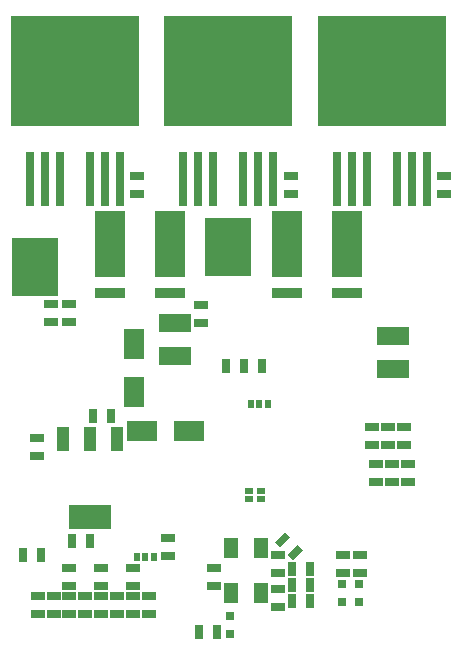
<source format=gbp>
G04 #@! TF.FileFunction,Paste,Bot*
%FSLAX46Y46*%
G04 Gerber Fmt 4.6, Leading zero omitted, Abs format (unit mm)*
G04 Created by KiCad (PCBNEW (2015-12-03 BZR 6346, Git b04f18b)-product) date 10.01.2016 19:16:16*
%MOMM*%
G01*
G04 APERTURE LIST*
%ADD10C,0.150000*%
%ADD11R,1.800860X2.499360*%
%ADD12R,2.540000X5.588000*%
%ADD13R,2.540000X0.889000*%
%ADD14R,1.198880X1.800860*%
%ADD15R,0.797560X0.797560*%
%ADD16R,4.000000X5.000000*%
%ADD17R,1.143000X0.635000*%
%ADD18R,0.635000X1.143000*%
%ADD19R,3.657600X2.032000*%
%ADD20R,1.016000X2.032000*%
%ADD21R,2.692400X1.600200*%
%ADD22R,0.762000X0.508000*%
%ADD23R,0.508000X0.762000*%
%ADD24R,2.499360X1.800860*%
%ADD25R,10.800000X9.400000*%
%ADD26R,0.800000X4.600000*%
G04 APERTURE END LIST*
D10*
D11*
X92025000Y-122248980D03*
X92025000Y-118251020D03*
D12*
X89960000Y-109752000D03*
X95040000Y-109752000D03*
D13*
X89960000Y-113879500D03*
X95040000Y-113879500D03*
D12*
X104960000Y-109752000D03*
X110040000Y-109752000D03*
D13*
X104960000Y-113879500D03*
X110040000Y-113879500D03*
D14*
X102749680Y-139324920D03*
X100250320Y-139324920D03*
X100250320Y-135525080D03*
X102749680Y-135525080D03*
D15*
X111050000Y-138575700D03*
X111050000Y-140074300D03*
X109600000Y-138575700D03*
X109600000Y-140074300D03*
X100125000Y-142749300D03*
X100125000Y-141250700D03*
D16*
X83600000Y-111700000D03*
X100000000Y-110050000D03*
D17*
X94925000Y-136162000D03*
X94925000Y-134638000D03*
X85200000Y-139563000D03*
X85200000Y-141087000D03*
X91950000Y-138737000D03*
X91950000Y-137213000D03*
X89250000Y-138737000D03*
X89250000Y-137213000D03*
X86550000Y-138737000D03*
X86550000Y-137213000D03*
D10*
G36*
X103957567Y-134965790D02*
X104765790Y-134157567D01*
X105214803Y-134606580D01*
X104406580Y-135414803D01*
X103957567Y-134965790D01*
X103957567Y-134965790D01*
G37*
G36*
X105035197Y-136043420D02*
X105843420Y-135235197D01*
X106292433Y-135684210D01*
X105484210Y-136492433D01*
X105035197Y-136043420D01*
X105035197Y-136043420D01*
G37*
D17*
X98825000Y-138737000D03*
X98825000Y-137213000D03*
D18*
X88325000Y-134875000D03*
X86801000Y-134875000D03*
X105363000Y-139975000D03*
X106887000Y-139975000D03*
D17*
X104175000Y-138963000D03*
X104175000Y-140487000D03*
D18*
X105363000Y-138625000D03*
X106887000Y-138625000D03*
D17*
X104175000Y-136113000D03*
X104175000Y-137637000D03*
X85025000Y-114863000D03*
X85025000Y-116387000D03*
X86475000Y-114863000D03*
X86475000Y-116387000D03*
D18*
X84112000Y-136075000D03*
X82588000Y-136075000D03*
D17*
X83850000Y-141087000D03*
X83850000Y-139563000D03*
X86550000Y-141087000D03*
X86550000Y-139563000D03*
X89250000Y-141087000D03*
X89250000Y-139563000D03*
X91950000Y-141087000D03*
X91950000Y-139563000D03*
X93300000Y-141087000D03*
X93300000Y-139563000D03*
X90600000Y-141087000D03*
X90600000Y-139563000D03*
X87900000Y-141087000D03*
X87900000Y-139563000D03*
D18*
X99012000Y-142575000D03*
X97488000Y-142575000D03*
D17*
X114900000Y-125238000D03*
X114900000Y-126762000D03*
X115225000Y-129912000D03*
X115225000Y-128388000D03*
D18*
X101288000Y-120100000D03*
X102812000Y-120100000D03*
D17*
X113550000Y-125238000D03*
X113550000Y-126762000D03*
X113875000Y-129912000D03*
X113875000Y-128388000D03*
X118300000Y-105562000D03*
X118300000Y-104038000D03*
X112200000Y-125238000D03*
X112200000Y-126762000D03*
X112525000Y-129912000D03*
X112525000Y-128388000D03*
X105300000Y-105562000D03*
X105300000Y-104038000D03*
X111125000Y-137637000D03*
X111125000Y-136113000D03*
X109725000Y-137637000D03*
X109725000Y-136113000D03*
X92300000Y-105562000D03*
X92300000Y-104038000D03*
X83825000Y-127662000D03*
X83825000Y-126138000D03*
D19*
X88325000Y-132877000D03*
D20*
X88325000Y-126273000D03*
X90611000Y-126273000D03*
X86039000Y-126273000D03*
D21*
X95500000Y-119272000D03*
X95500000Y-116478000D03*
X113900000Y-117578000D03*
X113900000Y-120372000D03*
D22*
X102750000Y-131380600D03*
X102750000Y-130669400D03*
X101775000Y-131380600D03*
X101775000Y-130669400D03*
D23*
X102625000Y-123275000D03*
X103336200Y-123275000D03*
X101913800Y-123275000D03*
D18*
X101287000Y-120100000D03*
X99763000Y-120100000D03*
X90087000Y-124275000D03*
X88563000Y-124275000D03*
X105363000Y-137275000D03*
X106887000Y-137275000D03*
D23*
X92975000Y-136225000D03*
X92263800Y-136225000D03*
X93686200Y-136225000D03*
D17*
X97650000Y-114913000D03*
X97650000Y-116437000D03*
D24*
X92676020Y-125625000D03*
X96673980Y-125625000D03*
D25*
X100000000Y-95100000D03*
D26*
X103810000Y-104250000D03*
X102540000Y-104250000D03*
X101270000Y-104250000D03*
X98730000Y-104250000D03*
X97460000Y-104250000D03*
X96190000Y-104250000D03*
D25*
X87000000Y-95100000D03*
D26*
X90810000Y-104250000D03*
X89540000Y-104250000D03*
X88270000Y-104250000D03*
X85730000Y-104250000D03*
X84460000Y-104250000D03*
X83190000Y-104250000D03*
D25*
X113000000Y-95100000D03*
D26*
X116810000Y-104250000D03*
X115540000Y-104250000D03*
X114270000Y-104250000D03*
X111730000Y-104250000D03*
X110460000Y-104250000D03*
X109190000Y-104250000D03*
M02*

</source>
